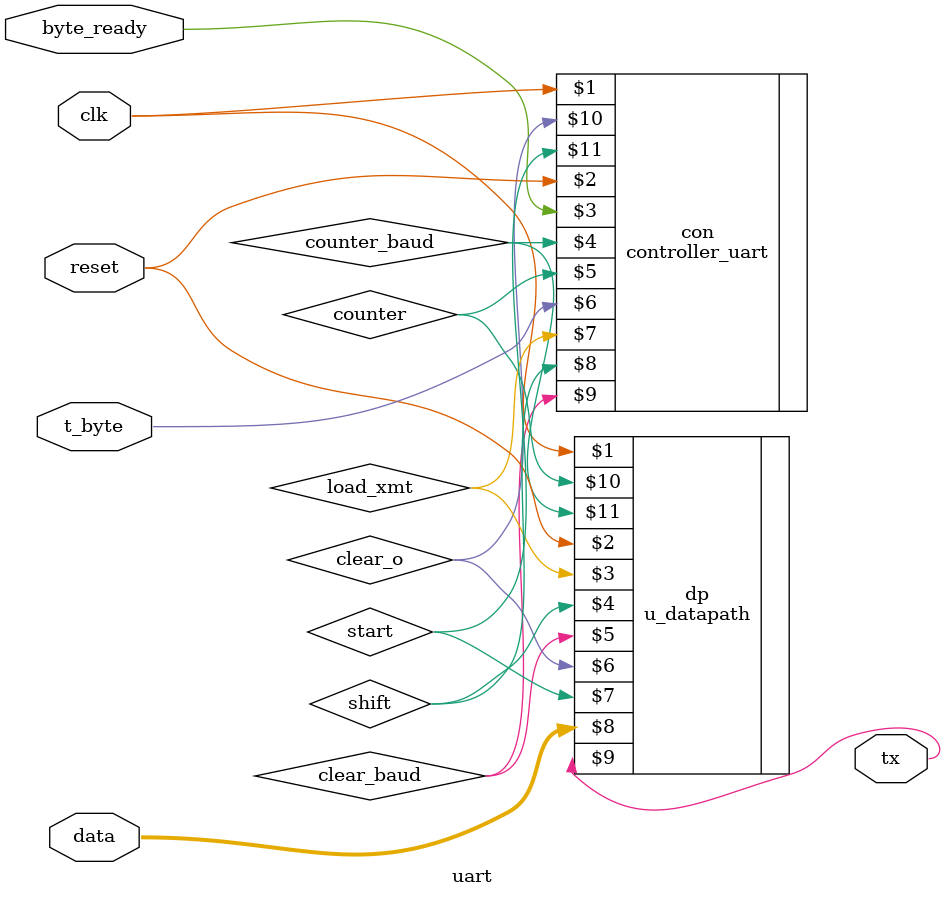
<source format=sv>
module uart(
    input logic clk, reset, byte_ready, t_byte,
    input logic [7:0] data,
    output logic tx);

    logic load_xmt, shift, clear_baud, clear_o, start, counter, counter_baud;

    u_datapath dp(clk, reset, load_xmt, shift, clear_baud, clear_o, start, data, tx, 
    counter, counter_baud);
    
    controller_uart con(clk, reset, byte_ready, counter_baud, counter, t_byte, 
    load_xmt, shift, clear_baud, clear_o, start);

endmodule

</source>
